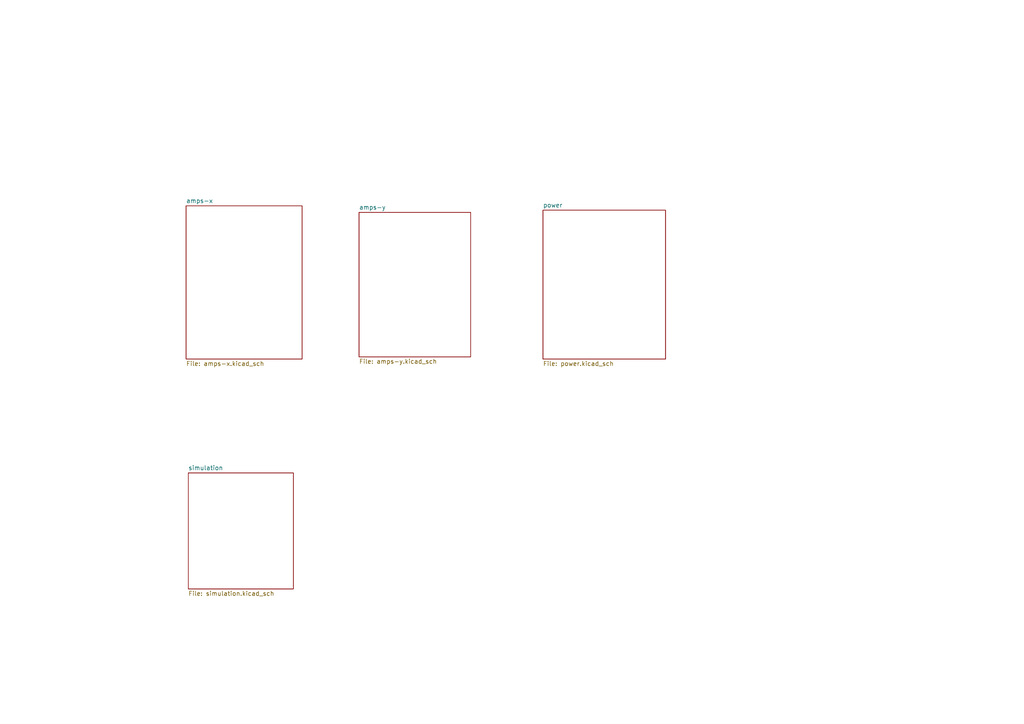
<source format=kicad_sch>
(kicad_sch
	(version 20231120)
	(generator "eeschema")
	(generator_version "8.0")
	(uuid "ccee1985-eeba-4cda-9190-f5323ae79654")
	(paper "A4")
	(lib_symbols)
	(sheet
		(at 54.61 137.16)
		(size 30.48 33.655)
		(fields_autoplaced yes)
		(stroke
			(width 0.1524)
			(type solid)
		)
		(fill
			(color 0 0 0 0.0000)
		)
		(uuid "27f55845-fff7-4302-a59f-1021602aa815")
		(property "Sheetname" "simulation"
			(at 54.61 136.4484 0)
			(effects
				(font
					(size 1.27 1.27)
				)
				(justify left bottom)
			)
		)
		(property "Sheetfile" "simulation.kicad_sch"
			(at 54.61 171.3996 0)
			(effects
				(font
					(size 1.27 1.27)
				)
				(justify left top)
			)
		)
		(instances
			(project "pincushion2"
				(path "/ccee1985-eeba-4cda-9190-f5323ae79654"
					(page "5")
				)
			)
		)
	)
	(sheet
		(at 104.14 61.595)
		(size 32.385 41.91)
		(fields_autoplaced yes)
		(stroke
			(width 0.1524)
			(type solid)
		)
		(fill
			(color 0 0 0 0.0000)
		)
		(uuid "5632c7a9-3328-40e5-a3e0-e0abe13fde49")
		(property "Sheetname" "amps-y"
			(at 104.14 60.8834 0)
			(effects
				(font
					(size 1.27 1.27)
				)
				(justify left bottom)
			)
		)
		(property "Sheetfile" "amps-y.kicad_sch"
			(at 104.14 104.0896 0)
			(effects
				(font
					(size 1.27 1.27)
				)
				(justify left top)
			)
		)
		(instances
			(project "pincushion2"
				(path "/ccee1985-eeba-4cda-9190-f5323ae79654"
					(page "3")
				)
			)
		)
	)
	(sheet
		(at 53.975 59.69)
		(size 33.655 44.45)
		(fields_autoplaced yes)
		(stroke
			(width 0.1524)
			(type solid)
		)
		(fill
			(color 0 0 0 0.0000)
		)
		(uuid "7083b559-78e5-4602-9c81-54905dbbac60")
		(property "Sheetname" "amps-x"
			(at 53.975 58.9784 0)
			(effects
				(font
					(size 1.27 1.27)
				)
				(justify left bottom)
			)
		)
		(property "Sheetfile" "amps-x.kicad_sch"
			(at 53.975 104.7246 0)
			(effects
				(font
					(size 1.27 1.27)
				)
				(justify left top)
			)
		)
		(instances
			(project "pincushion2"
				(path "/ccee1985-eeba-4cda-9190-f5323ae79654"
					(page "2")
				)
			)
		)
	)
	(sheet
		(at 157.48 60.96)
		(size 35.56 43.18)
		(fields_autoplaced yes)
		(stroke
			(width 0.1524)
			(type solid)
		)
		(fill
			(color 0 0 0 0.0000)
		)
		(uuid "e6257b44-8f2b-4cd3-874f-29a0ac312301")
		(property "Sheetname" "power"
			(at 157.48 60.2484 0)
			(effects
				(font
					(size 1.27 1.27)
				)
				(justify left bottom)
			)
		)
		(property "Sheetfile" "power.kicad_sch"
			(at 157.48 104.7246 0)
			(effects
				(font
					(size 1.27 1.27)
				)
				(justify left top)
			)
		)
		(instances
			(project "pincushion2"
				(path "/ccee1985-eeba-4cda-9190-f5323ae79654"
					(page "4")
				)
			)
		)
	)
	(sheet_instances
		(path "/"
			(page "1")
		)
	)
)

</source>
